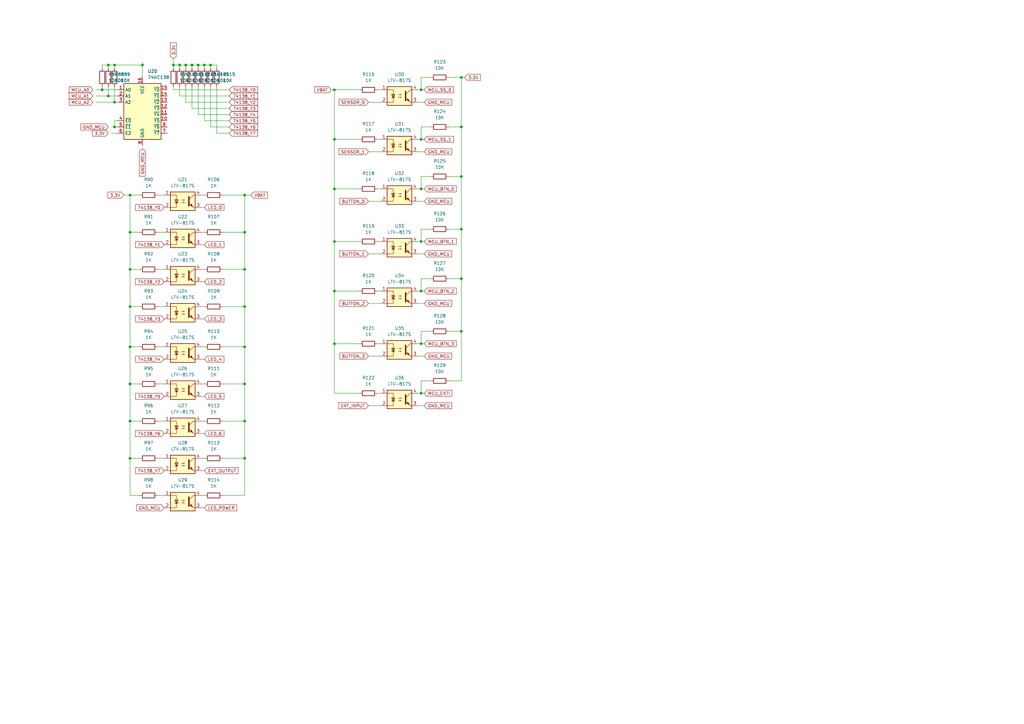
<source format=kicad_sch>
(kicad_sch (version 20250114) (generator "eeschema") (generator_version "9.0")
  (paper "A3")
  (lib_symbols
    (symbol "74xx:74HC138"
      (property "Reference" "U" (at -7.62 13.97 0))
      (property "Value" "74HC138" (at 2.54 -11.43 0))
      (symbol "74HC138_0_1"
        (rectangle (start -7.62 12.7) (end 7.62 -10.16) (stroke (width 0.254)) (fill (type background)))
      )
      (symbol "74HC138_1_1"
        (pin input line (at -10.16 10.16 0) (length 2.54) (name "A0") (number "1"))
        (pin input line (at -10.16 7.62 0) (length 2.54) (name "A1") (number "2"))
        (pin input line (at -10.16 5.08 0) (length 2.54) (name "A2") (number "3"))
        (pin input line (at -10.16 -2.54 0) (length 2.54) (name "~{E0}") (number "4"))
        (pin input line (at -10.16 -5.08 0) (length 2.54) (name "~{E1}") (number "5"))
        (pin input line (at -10.16 -7.62 0) (length 2.54) (name "E2") (number "6"))
        (pin power_in line (at 0 15.24 270) (length 2.54) (name "VCC") (number "16"))
        (pin power_in line (at 0 -12.7 90) (length 2.54) (name "GND") (number "8"))
        (pin output line (at 10.16 10.16 180) (length 2.54) (name "~{Y0}") (number "15"))
        (pin output line (at 10.16 7.62 180) (length 2.54) (name "~{Y1}") (number "14"))
        (pin output line (at 10.16 5.08 180) (length 2.54) (name "~{Y2}") (number "13"))
        (pin output line (at 10.16 2.54 180) (length 2.54) (name "~{Y3}") (number "12"))
        (pin output line (at 10.16 0 180) (length 2.54) (name "~{Y4}") (number "11"))
        (pin output line (at 10.16 -2.54 180) (length 2.54) (name "~{Y5}") (number "10"))
        (pin output line (at 10.16 -5.08 180) (length 2.54) (name "~{Y6}") (number "9"))
        (pin output line (at 10.16 -7.62 180) (length 2.54) (name "~{Y7}") (number "7"))
      )
    )
    (symbol "Device:R" (pin_numbers (hide yes)) (pin_names (offset 0))
      (property "Reference" "R" (at 2.032 0 90))
      (property "Value" "R" (at 0 0 90))
      (symbol "R_0_1"
        (rectangle (start -1.016 -2.54) (end 1.016 2.54) (stroke (width 0.254)))
      )
      (symbol "R_1_1"
        (pin passive line (at 0 3.81 270) (length 1.27) (name "~") (number "1"))
        (pin passive line (at 0 -3.81 90) (length 1.27) (name "~") (number "2"))
      )
    )
    (symbol "Isolator:LTV-817S" (pin_names (offset 1.016))
      (property "Reference" "U" (at -3.81 5.08 0))
      (property "Value" "LTV-817S" (at 0 -5.08 0))
      (symbol "LTV-817S_1_1"
        (rectangle (start -5.08 3.81) (end 5.08 -3.81) (stroke (width 0.254)) (fill (type background)))
        (polyline (pts (xy -5.08 2.54) (xy -2.54 2.54) (xy -2.54 -0.762)))
        (polyline (pts (xy -3.175 -0.635) (xy -1.905 -0.635)) (stroke (width 0.254)))
        (polyline (pts (xy -2.54 -0.635) (xy -2.54 -2.54) (xy -5.08 -2.54)))
        (polyline (pts (xy -2.54 -0.635) (xy -3.175 0.635) (xy -1.905 0.635) (xy -2.54 -0.635)) (stroke (width 0.254)))
        (polyline (pts (xy -0.508 0.508) (xy 0.762 0.508) (xy 0.381 0.381) (xy 0.381 0.635) (xy 0.762 0.508)))
        (polyline (pts (xy -0.508 -0.508) (xy 0.762 -0.508) (xy 0.381 -0.635) (xy 0.381 -0.381) (xy 0.762 -0.508)))
        (polyline (pts (xy 2.54 1.905) (xy 2.54 -1.905)) (stroke (width 0.508)))
        (polyline (pts (xy 2.54 0.635) (xy 4.445 2.54)))
        (polyline (pts (xy 3.048 -1.651) (xy 3.556 -1.143) (xy 4.064 -2.159) (xy 3.048 -1.651)) (fill (type outline)))
        (polyline (pts (xy 4.445 2.54) (xy 5.08 2.54)))
        (polyline (pts (xy 4.445 -2.54) (xy 2.54 -0.635)) (fill (type outline)))
        (polyline (pts (xy 4.445 -2.54) (xy 5.08 -2.54)))
        (pin passive line (at -7.62 2.54 0) (length 2.54) (name "~") (number "1"))
        (pin passive line (at -7.62 -2.54 0) (length 2.54) (name "~") (number "2"))
        (pin passive line (at 7.62 2.54 180) (length 2.54) (name "~") (number "4"))
        (pin passive line (at 7.62 -2.54 180) (length 2.54) (name "~") (number "3"))
      )
    )
  )
  (junction (at 76.2 26.67))
  (junction (at 172.72 99.06))
  (junction (at 172.72 57.15))
  (junction (at 100.33 157.48))
  (junction (at 100.33 80.01))
  (junction (at 172.72 77.47))
  (junction (at 46.99 52.07))
  (junction (at 189.23 52.07))
  (junction (at 189.23 31.75))
  (junction (at 189.23 93.98))
  (junction (at 53.34 110.49))
  (junction (at 172.72 119.38))
  (junction (at 137.16 57.15))
  (junction (at 137.16 140.97))
  (junction (at 100.33 125.73))
  (junction (at 100.33 95.25))
  (junction (at 53.34 95.25))
  (junction (at 53.34 157.48))
  (junction (at 53.34 172.72))
  (junction (at 53.34 142.24))
  (junction (at 53.34 187.96))
  (junction (at 86.36 26.67))
  (junction (at 44.45 26.67))
  (junction (at 172.72 140.97))
  (junction (at 137.16 77.47))
  (junction (at 53.34 80.01))
  (junction (at 46.99 26.67))
  (junction (at 189.23 114.3))
  (junction (at 100.33 187.96))
  (junction (at 44.45 39.37))
  (junction (at 46.99 41.91))
  (junction (at 100.33 110.49))
  (junction (at 53.34 125.73))
  (junction (at 137.16 99.06))
  (junction (at 58.42 26.67))
  (junction (at 78.74 26.67))
  (junction (at 83.82 26.67))
  (junction (at 81.28 26.67))
  (junction (at 172.72 161.29))
  (junction (at 137.16 119.38))
  (junction (at 100.33 172.72))
  (junction (at 71.12 26.67))
  (junction (at 137.16 36.83))
  (junction (at 41.91 36.83))
  (junction (at 189.23 135.89))
  (junction (at 73.66 26.67))
  (junction (at 172.72 36.83))
  (junction (at 189.23 72.39))
  (junction (at 100.33 142.24))
  (wire (pts (xy 82.55 193.04) (xy 83.82 193.04)))
  (wire (pts (xy 45.72 52.07) (xy 46.99 52.07)))
  (wire (pts (xy 91.44 125.73) (xy 100.33 125.73)))
  (wire (pts (xy 176.53 72.39) (xy 172.72 72.39)))
  (wire (pts (xy 82.55 85.09) (xy 83.82 85.09)))
  (wire (pts (xy 137.16 161.29) (xy 137.16 140.97)))
  (wire (pts (xy 154.94 36.83) (xy 156.21 36.83)))
  (wire (pts (xy 53.34 80.01) (xy 53.34 95.25)))
  (wire (pts (xy 100.33 125.73) (xy 100.33 142.24)))
  (wire (pts (xy 100.33 172.72) (xy 100.33 187.96)))
  (wire (pts (xy 50.8 80.01) (xy 53.34 80.01)))
  (wire (pts (xy 154.94 140.97) (xy 156.21 140.97)))
  (wire (pts (xy 88.9 35.56) (xy 88.9 54.61)))
  (wire (pts (xy 93.98 39.37) (xy 73.66 39.37)))
  (wire (pts (xy 86.36 26.67) (xy 88.9 26.67)))
  (wire (pts (xy 57.15 203.2) (xy 53.34 203.2)))
  (wire (pts (xy 53.34 172.72) (xy 57.15 172.72)))
  (wire (pts (xy 172.72 161.29) (xy 173.99 161.29)))
  (wire (pts (xy 46.99 52.07) (xy 48.26 52.07)))
  (wire (pts (xy 172.72 119.38) (xy 173.99 119.38)))
  (wire (pts (xy 73.66 35.56) (xy 73.66 39.37)))
  (wire (pts (xy 82.55 157.48) (xy 83.82 157.48)))
  (wire (pts (xy 41.91 36.83) (xy 48.26 36.83)))
  (wire (pts (xy 76.2 35.56) (xy 76.2 41.91)))
  (wire (pts (xy 86.36 26.67) (xy 86.36 27.94)))
  (wire (pts (xy 91.44 187.96) (xy 100.33 187.96)))
  (wire (pts (xy 39.37 36.83) (xy 41.91 36.83)))
  (wire (pts (xy 76.2 26.67) (xy 78.74 26.67)))
  (wire (pts (xy 151.13 124.46) (xy 156.21 124.46)))
  (wire (pts (xy 82.55 208.28) (xy 83.82 208.28)))
  (wire (pts (xy 82.55 177.8) (xy 83.82 177.8)))
  (wire (pts (xy 189.23 31.75) (xy 184.15 31.75)))
  (wire (pts (xy 184.15 156.21) (xy 189.23 156.21)))
  (wire (pts (xy 81.28 26.67) (xy 83.82 26.67)))
  (wire (pts (xy 154.94 99.06) (xy 156.21 99.06)))
  (wire (pts (xy 137.16 77.47) (xy 137.16 57.15)))
  (wire (pts (xy 171.45 82.55) (xy 173.99 82.55)))
  (wire (pts (xy 137.16 36.83) (xy 147.32 36.83)))
  (wire (pts (xy 171.45 77.47) (xy 172.72 77.47)))
  (wire (pts (xy 82.55 187.96) (xy 83.82 187.96)))
  (wire (pts (xy 100.33 95.25) (xy 100.33 110.49)))
  (wire (pts (xy 171.45 124.46) (xy 173.99 124.46)))
  (wire (pts (xy 88.9 27.94) (xy 88.9 26.67)))
  (wire (pts (xy 39.37 41.91) (xy 46.99 41.91)))
  (wire (pts (xy 46.99 35.56) (xy 46.99 41.91)))
  (wire (pts (xy 151.13 146.05) (xy 156.21 146.05)))
  (wire (pts (xy 41.91 27.94) (xy 41.91 26.67)))
  (wire (pts (xy 91.44 172.72) (xy 100.33 172.72)))
  (wire (pts (xy 82.55 95.25) (xy 83.82 95.25)))
  (wire (pts (xy 151.13 62.23) (xy 156.21 62.23)))
  (wire (pts (xy 172.72 31.75) (xy 172.72 36.83)))
  (wire (pts (xy 93.98 41.91) (xy 76.2 41.91)))
  (wire (pts (xy 71.12 24.13) (xy 71.12 26.67)))
  (wire (pts (xy 82.55 147.32) (xy 83.82 147.32)))
  (wire (pts (xy 64.77 125.73) (xy 67.31 125.73)))
  (wire (pts (xy 64.77 203.2) (xy 67.31 203.2)))
  (wire (pts (xy 58.42 26.67) (xy 58.42 31.75)))
  (wire (pts (xy 171.45 57.15) (xy 172.72 57.15)))
  (wire (pts (xy 83.82 26.67) (xy 86.36 26.67)))
  (wire (pts (xy 64.77 80.01) (xy 67.31 80.01)))
  (wire (pts (xy 83.82 35.56) (xy 83.82 49.53)))
  (wire (pts (xy 154.94 119.38) (xy 156.21 119.38)))
  (wire (pts (xy 91.44 80.01) (xy 100.33 80.01)))
  (wire (pts (xy 53.34 157.48) (xy 53.34 172.72)))
  (wire (pts (xy 137.16 57.15) (xy 147.32 57.15)))
  (wire (pts (xy 39.37 39.37) (xy 44.45 39.37)))
  (wire (pts (xy 58.42 25.4) (xy 58.42 26.67)))
  (wire (pts (xy 81.28 35.56) (xy 81.28 46.99)))
  (wire (pts (xy 171.45 62.23) (xy 173.99 62.23)))
  (wire (pts (xy 100.33 80.01) (xy 100.33 95.25)))
  (wire (pts (xy 93.98 36.83) (xy 71.12 36.83)))
  (wire (pts (xy 151.13 82.55) (xy 156.21 82.55)))
  (wire (pts (xy 100.33 80.01) (xy 102.87 80.01)))
  (wire (pts (xy 172.72 99.06) (xy 173.99 99.06)))
  (wire (pts (xy 71.12 35.56) (xy 71.12 36.83)))
  (wire (pts (xy 64.77 142.24) (xy 67.31 142.24)))
  (wire (pts (xy 176.53 31.75) (xy 172.72 31.75)))
  (wire (pts (xy 82.55 110.49) (xy 83.82 110.49)))
  (wire (pts (xy 100.33 157.48) (xy 100.33 172.72)))
  (wire (pts (xy 171.45 140.97) (xy 172.72 140.97)))
  (wire (pts (xy 73.66 26.67) (xy 76.2 26.67)))
  (wire (pts (xy 93.98 44.45) (xy 78.74 44.45)))
  (wire (pts (xy 93.98 49.53) (xy 83.82 49.53)))
  (wire (pts (xy 53.34 95.25) (xy 57.15 95.25)))
  (wire (pts (xy 82.55 125.73) (xy 83.82 125.73)))
  (wire (pts (xy 46.99 49.53) (xy 48.26 49.53)))
  (wire (pts (xy 91.44 95.25) (xy 100.33 95.25)))
  (wire (pts (xy 53.34 172.72) (xy 53.34 187.96)))
  (wire (pts (xy 184.15 72.39) (xy 189.23 72.39)))
  (wire (pts (xy 135.89 36.83) (xy 137.16 36.83)))
  (wire (pts (xy 189.23 114.3) (xy 189.23 135.89)))
  (wire (pts (xy 172.72 156.21) (xy 172.72 161.29)))
  (wire (pts (xy 137.16 99.06) (xy 147.32 99.06)))
  (wire (pts (xy 171.45 119.38) (xy 172.72 119.38)))
  (wire (pts (xy 82.55 142.24) (xy 83.82 142.24)))
  (wire (pts (xy 44.45 26.67) (xy 44.45 27.94)))
  (wire (pts (xy 171.45 36.83) (xy 172.72 36.83)))
  (wire (pts (xy 76.2 26.67) (xy 76.2 27.94)))
  (wire (pts (xy 53.34 142.24) (xy 53.34 157.48)))
  (wire (pts (xy 64.77 95.25) (xy 67.31 95.25)))
  (wire (pts (xy 172.72 93.98) (xy 172.72 99.06)))
  (wire (pts (xy 154.94 57.15) (xy 156.21 57.15)))
  (wire (pts (xy 53.34 125.73) (xy 57.15 125.73)))
  (wire (pts (xy 64.77 187.96) (xy 67.31 187.96)))
  (wire (pts (xy 91.44 203.2) (xy 100.33 203.2)))
  (wire (pts (xy 82.55 100.33) (xy 83.82 100.33)))
  (wire (pts (xy 100.33 187.96) (xy 100.33 203.2)))
  (wire (pts (xy 172.72 114.3) (xy 172.72 119.38)))
  (wire (pts (xy 82.55 115.57) (xy 83.82 115.57)))
  (wire (pts (xy 176.53 135.89) (xy 172.72 135.89)))
  (wire (pts (xy 78.74 26.67) (xy 78.74 27.94)))
  (wire (pts (xy 151.13 41.91) (xy 156.21 41.91)))
  (wire (pts (xy 82.55 162.56) (xy 83.82 162.56)))
  (wire (pts (xy 91.44 142.24) (xy 100.33 142.24)))
  (wire (pts (xy 64.77 157.48) (xy 67.31 157.48)))
  (wire (pts (xy 91.44 157.48) (xy 100.33 157.48)))
  (wire (pts (xy 53.34 110.49) (xy 57.15 110.49)))
  (wire (pts (xy 172.72 36.83) (xy 173.99 36.83)))
  (wire (pts (xy 176.53 114.3) (xy 172.72 114.3)))
  (wire (pts (xy 44.45 35.56) (xy 44.45 39.37)))
  (wire (pts (xy 53.34 157.48) (xy 57.15 157.48)))
  (wire (pts (xy 172.72 140.97) (xy 173.99 140.97)))
  (wire (pts (xy 184.15 52.07) (xy 189.23 52.07)))
  (wire (pts (xy 189.23 72.39) (xy 189.23 93.98)))
  (wire (pts (xy 137.16 119.38) (xy 137.16 99.06)))
  (wire (pts (xy 189.23 93.98) (xy 189.23 114.3)))
  (wire (pts (xy 93.98 46.99) (xy 81.28 46.99)))
  (wire (pts (xy 53.34 125.73) (xy 53.34 142.24)))
  (wire (pts (xy 151.13 104.14) (xy 156.21 104.14)))
  (wire (pts (xy 53.34 80.01) (xy 57.15 80.01)))
  (wire (pts (xy 81.28 26.67) (xy 81.28 27.94)))
  (wire (pts (xy 64.77 172.72) (xy 67.31 172.72)))
  (wire (pts (xy 93.98 52.07) (xy 86.36 52.07)))
  (wire (pts (xy 184.15 135.89) (xy 189.23 135.89)))
  (wire (pts (xy 171.45 166.37) (xy 173.99 166.37)))
  (wire (pts (xy 41.91 35.56) (xy 41.91 36.83)))
  (wire (pts (xy 172.72 52.07) (xy 172.72 57.15)))
  (wire (pts (xy 154.94 161.29) (xy 156.21 161.29)))
  (wire (pts (xy 46.99 41.91) (xy 48.26 41.91)))
  (wire (pts (xy 46.99 26.67) (xy 58.42 26.67)))
  (wire (pts (xy 57.15 187.96) (xy 53.34 187.96)))
  (wire (pts (xy 71.12 26.67) (xy 71.12 27.94)))
  (wire (pts (xy 82.55 172.72) (xy 83.82 172.72)))
  (wire (pts (xy 137.16 99.06) (xy 137.16 77.47)))
  (wire (pts (xy 176.53 52.07) (xy 172.72 52.07)))
  (wire (pts (xy 171.45 99.06) (xy 172.72 99.06)))
  (wire (pts (xy 189.23 52.07) (xy 189.23 72.39)))
  (wire (pts (xy 189.23 135.89) (xy 189.23 156.21)))
  (wire (pts (xy 82.55 80.01) (xy 83.82 80.01)))
  (wire (pts (xy 57.15 142.24) (xy 53.34 142.24)))
  (wire (pts (xy 91.44 110.49) (xy 100.33 110.49)))
  (wire (pts (xy 189.23 31.75) (xy 189.23 52.07)))
  (wire (pts (xy 53.34 95.25) (xy 53.34 110.49)))
  (wire (pts (xy 137.16 57.15) (xy 137.16 36.83)))
  (wire (pts (xy 189.23 31.75) (xy 190.5 31.75)))
  (wire (pts (xy 171.45 161.29) (xy 172.72 161.29)))
  (wire (pts (xy 53.34 187.96) (xy 53.34 203.2)))
  (wire (pts (xy 93.98 54.61) (xy 88.9 54.61)))
  (wire (pts (xy 176.53 93.98) (xy 172.72 93.98)))
  (wire (pts (xy 172.72 77.47) (xy 173.99 77.47)))
  (wire (pts (xy 184.15 93.98) (xy 189.23 93.98)))
  (wire (pts (xy 172.72 72.39) (xy 172.72 77.47)))
  (wire (pts (xy 41.91 26.67) (xy 44.45 26.67)))
  (wire (pts (xy 73.66 26.67) (xy 73.66 27.94)))
  (wire (pts (xy 78.74 35.56) (xy 78.74 44.45)))
  (wire (pts (xy 46.99 26.67) (xy 46.99 27.94)))
  (wire (pts (xy 45.72 54.61) (xy 48.26 54.61)))
  (wire (pts (xy 78.74 26.67) (xy 81.28 26.67)))
  (wire (pts (xy 82.55 203.2) (xy 83.82 203.2)))
  (wire (pts (xy 172.72 57.15) (xy 173.99 57.15)))
  (wire (pts (xy 44.45 39.37) (xy 48.26 39.37)))
  (wire (pts (xy 137.16 77.47) (xy 147.32 77.47)))
  (wire (pts (xy 46.99 52.07) (xy 46.99 49.53)))
  (wire (pts (xy 71.12 26.67) (xy 73.66 26.67)))
  (wire (pts (xy 53.34 110.49) (xy 53.34 125.73)))
  (wire (pts (xy 171.45 146.05) (xy 173.99 146.05)))
  (wire (pts (xy 64.77 110.49) (xy 67.31 110.49)))
  (wire (pts (xy 137.16 140.97) (xy 137.16 119.38)))
  (wire (pts (xy 171.45 41.91) (xy 173.99 41.91)))
  (wire (pts (xy 154.94 77.47) (xy 156.21 77.47)))
  (wire (pts (xy 100.33 142.24) (xy 100.33 157.48)))
  (wire (pts (xy 100.33 110.49) (xy 100.33 125.73)))
  (wire (pts (xy 171.45 104.14) (xy 173.99 104.14)))
  (wire (pts (xy 137.16 140.97) (xy 147.32 140.97)))
  (wire (pts (xy 172.72 135.89) (xy 172.72 140.97)))
  (wire (pts (xy 82.55 130.81) (xy 83.82 130.81)))
  (wire (pts (xy 176.53 156.21) (xy 172.72 156.21)))
  (wire (pts (xy 137.16 161.29) (xy 147.32 161.29)))
  (wire (pts (xy 137.16 119.38) (xy 147.32 119.38)))
  (wire (pts (xy 44.45 26.67) (xy 46.99 26.67)))
  (wire (pts (xy 184.15 114.3) (xy 189.23 114.3)))
  (wire (pts (xy 86.36 35.56) (xy 86.36 52.07)))
  (wire (pts (xy 151.13 166.37) (xy 156.21 166.37)))
  (wire (pts (xy 83.82 26.67) (xy 83.82 27.94)))
  (global_label "BUTTON_2" (shape input) (at 151.13 124.46 180) (property "Intersheetrefs" "${INTERSHEET_REFS}" (effects (hide yes))))
  (global_label "3.3V" (shape input) (at 190.5 31.75 0) (property "Intersheetrefs" "${INTERSHEET_REFS}" (effects (hide yes))))
  (global_label "GND_MCU" (shape input) (at 173.99 82.55 0) (property "Intersheetrefs" "${INTERSHEET_REFS}" (effects (hide yes))))
  (global_label "74138_Y2" (shape input) (at 93.98 41.91 0) (property "Intersheetrefs" "${INTERSHEET_REFS}" (effects (hide yes))))
  (global_label "74138_Y0" (shape input) (at 67.31 85.09 180) (property "Intersheetrefs" "${INTERSHEET_REFS}" (effects (hide yes))))
  (global_label "74138_Y7" (shape input) (at 67.31 193.04 180) (property "Intersheetrefs" "${INTERSHEET_REFS}" (effects (hide yes))))
  (global_label "74138_Y0" (shape input) (at 93.98 36.83 0) (property "Intersheetrefs" "${INTERSHEET_REFS}" (effects (hide yes))))
  (global_label "MCU_SS_0" (shape input) (at 173.99 36.83 0) (property "Intersheetrefs" "${INTERSHEET_REFS}" (effects (hide yes))))
  (global_label "MCU_BTN_0" (shape input) (at 173.99 77.47 0) (property "Intersheetrefs" "${INTERSHEET_REFS}" (effects (hide yes))))
  (global_label "LED_2" (shape input) (at 83.82 115.57 0) (property "Intersheetrefs" "${INTERSHEET_REFS}" (effects (hide yes))))
  (global_label "MCU_SS_1" (shape input) (at 173.99 57.15 0) (property "Intersheetrefs" "${INTERSHEET_REFS}" (effects (hide yes))))
  (global_label "74138_Y6" (shape input) (at 93.98 52.07 0) (property "Intersheetrefs" "${INTERSHEET_REFS}" (effects (hide yes))))
  (global_label "LED_0" (shape input) (at 83.82 85.09 0) (property "Intersheetrefs" "${INTERSHEET_REFS}" (effects (hide yes))))
  (global_label "GND_MCU" (shape input) (at 173.99 166.37 0) (property "Intersheetrefs" "${INTERSHEET_REFS}" (effects (hide yes))))
  (global_label "GND_MCU" (shape input) (at 44.45 52.07 180) (property "Intersheetrefs" "${INTERSHEET_REFS}" (effects (hide yes))))
  (global_label "BUTTON_1" (shape input) (at 151.13 104.14 180) (property "Intersheetrefs" "${INTERSHEET_REFS}" (effects (hide yes))))
  (global_label "GND_MCU" (shape input) (at 67.31 208.28 180) (property "Intersheetrefs" "${INTERSHEET_REFS}" (effects (hide yes))))
  (global_label "3.3V" (shape input) (at 71.12 24.13 90) (property "Intersheetrefs" "${INTERSHEET_REFS}" (effects (hide yes))))
  (global_label "GND_MCU" (shape input) (at 173.99 62.23 0) (property "Intersheetrefs" "${INTERSHEET_REFS}" (effects (hide yes))))
  (global_label "LED_4" (shape input) (at 83.82 147.32 0) (property "Intersheetrefs" "${INTERSHEET_REFS}" (effects (hide yes))))
  (global_label "MCU_BTN_3" (shape input) (at 173.99 140.97 0) (property "Intersheetrefs" "${INTERSHEET_REFS}" (effects (hide yes))))
  (global_label "74138_Y2" (shape input) (at 67.31 115.57 180) (property "Intersheetrefs" "${INTERSHEET_REFS}" (effects (hide yes))))
  (global_label "VBAT" (shape input) (at 102.87 80.01 0) (property "Intersheetrefs" "${INTERSHEET_REFS}" (effects (hide yes))))
  (global_label "74138_Y4" (shape input) (at 93.98 46.99 0) (property "Intersheetrefs" "${INTERSHEET_REFS}" (effects (hide yes))))
  (global_label "74138_Y1" (shape input) (at 67.31 100.33 180) (property "Intersheetrefs" "${INTERSHEET_REFS}" (effects (hide yes))))
  (global_label "GND_MCU" (shape input) (at 173.99 104.14 0) (property "Intersheetrefs" "${INTERSHEET_REFS}" (effects (hide yes))))
  (global_label "LED_1" (shape input) (at 83.82 100.33 0) (property "Intersheetrefs" "${INTERSHEET_REFS}" (effects (hide yes))))
  (global_label "MCU_A0" (shape input) (at 38.1 36.83 180) (property "Intersheetrefs" "${INTERSHEET_REFS}" (effects (hide yes))))
  (global_label "LED_6" (shape input) (at 83.82 177.8 0) (property "Intersheetrefs" "${INTERSHEET_REFS}" (effects (hide yes))))
  (global_label "LED_3" (shape input) (at 83.82 130.81 0) (property "Intersheetrefs" "${INTERSHEET_REFS}" (effects (hide yes))))
  (global_label "74138_Y4" (shape input) (at 67.31 147.32 180) (property "Intersheetrefs" "${INTERSHEET_REFS}" (effects (hide yes))))
  (global_label "MCU_EXTI" (shape input) (at 173.99 161.29 0) (property "Intersheetrefs" "${INTERSHEET_REFS}" (effects (hide yes))))
  (global_label "LED_5" (shape input) (at 83.82 162.56 0) (property "Intersheetrefs" "${INTERSHEET_REFS}" (effects (hide yes))))
  (global_label "74138_Y3" (shape input) (at 67.31 130.81 180) (property "Intersheetrefs" "${INTERSHEET_REFS}" (effects (hide yes))))
  (global_label "SENSOR_1" (shape input) (at 151.13 62.23 180) (property "Intersheetrefs" "${INTERSHEET_REFS}" (effects (hide yes))))
  (global_label "74138_Y3" (shape input) (at 93.98 44.45 0) (property "Intersheetrefs" "${INTERSHEET_REFS}" (effects (hide yes))))
  (global_label "LED_POWER" (shape input) (at 83.82 208.28 0) (property "Intersheetrefs" "${INTERSHEET_REFS}" (effects (hide yes))))
  (global_label "GND_MCU" (shape input) (at 173.99 146.05 0) (property "Intersheetrefs" "${INTERSHEET_REFS}" (effects (hide yes))))
  (global_label "SENSOR_0" (shape input) (at 151.13 41.91 180) (property "Intersheetrefs" "${INTERSHEET_REFS}" (effects (hide yes))))
  (global_label "BUTTON_3" (shape input) (at 151.13 146.05 180) (property "Intersheetrefs" "${INTERSHEET_REFS}" (effects (hide yes))))
  (global_label "EXT_OUTPUT" (shape input) (at 83.82 193.04 0) (property "Intersheetrefs" "${INTERSHEET_REFS}" (effects (hide yes))))
  (global_label "74138_Y5" (shape input) (at 93.98 49.53 0) (property "Intersheetrefs" "${INTERSHEET_REFS}" (effects (hide yes))))
  (global_label "74138_Y7" (shape input) (at 93.98 54.61 0) (property "Intersheetrefs" "${INTERSHEET_REFS}" (effects (hide yes))))
  (global_label "GND_MCU" (shape input) (at 173.99 41.91 0) (property "Intersheetrefs" "${INTERSHEET_REFS}" (effects (hide yes))))
  (global_label "VBAT" (shape input) (at 135.89 36.83 180) (property "Intersheetrefs" "${INTERSHEET_REFS}" (effects (hide yes))))
  (global_label "MCU_A2" (shape input) (at 38.1 41.91 180) (property "Intersheetrefs" "${INTERSHEET_REFS}" (effects (hide yes))))
  (global_label "EXT_INPUT" (shape input) (at 151.13 166.37 180) (property "Intersheetrefs" "${INTERSHEET_REFS}" (effects (hide yes))))
  (global_label "MCU_BTN_2" (shape input) (at 173.99 119.38 0) (property "Intersheetrefs" "${INTERSHEET_REFS}" (effects (hide yes))))
  (global_label "MCU_BTN_1" (shape input) (at 173.99 99.06 0) (property "Intersheetrefs" "${INTERSHEET_REFS}" (effects (hide yes))))
  (global_label "MCU_A1" (shape input) (at 38.1 39.37 180) (property "Intersheetrefs" "${INTERSHEET_REFS}" (effects (hide yes))))
  (global_label "3.3V" (shape input) (at 50.8 80.01 180) (property "Intersheetrefs" "${INTERSHEET_REFS}" (effects (hide yes))))
  (global_label "74138_Y6" (shape input) (at 67.31 177.8 180) (property "Intersheetrefs" "${INTERSHEET_REFS}" (effects (hide yes))))
  (global_label "BUTTON_0" (shape input) (at 151.13 82.55 180) (property "Intersheetrefs" "${INTERSHEET_REFS}" (effects (hide yes))))
  (global_label "GND_MCU" (shape input) (at 173.99 124.46 0) (property "Intersheetrefs" "${INTERSHEET_REFS}" (effects (hide yes))))
  (global_label "3.3V" (shape input) (at 44.45 54.61 180) (property "Intersheetrefs" "${INTERSHEET_REFS}" (effects (hide yes))))
  (global_label "74138_Y1" (shape input) (at 93.98 39.37 0) (property "Intersheetrefs" "${INTERSHEET_REFS}" (effects (hide yes))))
  (global_label "GND_MCU" (shape input) (at 58.42 60.96 270) (property "Intersheetrefs" "${INTERSHEET_REFS}" (effects (hide yes))))
  (global_label "74138_Y5" (shape input) (at 67.31 162.56 180) (property "Intersheetrefs" "${INTERSHEET_REFS}" (effects (hide yes))))
  (symbol (lib_id "Device:R") (at 180.34 135.89 270) (unit 1)
    (property "Reference" "R128" (at 180.34 129.54 90))
    (property "Value" "10K" (at 180.34 132.08 90))
    (property "Footprint" "Resistor_SMD:R_0805_2012Metric" (effects (hide yes)))
    (property "Description" "Resistor" (effects (hide yes)))
  )
  (symbol (lib_id "Device:R") (at 180.34 52.07 270) (unit 1)
    (property "Reference" "R124" (at 180.34 45.72 90))
    (property "Value" "10K" (at 180.34 48.26 90))
    (property "Footprint" "Resistor_SMD:R_0805_2012Metric" (effects (hide yes)))
    (property "Description" "Resistor" (effects (hide yes)))
  )
  (symbol (lib_id "Isolator:LTV-817S") (at 74.93 82.55 0) (unit 1)
    (property "Reference" "U21" (at 74.93 73.66 0))
    (property "Value" "LTV-817S" (at 74.93 76.2 0))
    (property "Footprint" "Package_DIP:SMDIP-4_W9.53mm" (effects (hide yes)))
    (property "Datasheet" "http://www.us.liteon.com/downloads/LTV-817-827-847.PDF" (effects (hide yes)))
    (property "Description" "DC Optocoupler, Vce 35V, CTR 50%, SMDIP-4" (effects (hide yes)))
  )
  (symbol (lib_id "Isolator:LTV-817S") (at 74.93 205.74 0) (unit 1)
    (property "Reference" "U29" (at 74.93 196.85 0))
    (property "Value" "LTV-817S" (at 74.93 199.39 0))
    (property "Footprint" "Package_DIP:SMDIP-4_W9.53mm" (effects (hide yes)))
    (property "Datasheet" "http://www.us.liteon.com/downloads/LTV-817-827-847.PDF" (effects (hide yes)))
    (property "Description" "DC Optocoupler, Vce 35V, CTR 50%, SMDIP-4" (effects (hide yes)))
  )
  (symbol (lib_id "Device:R") (at 60.96 125.73 90) (unit 1)
    (property "Reference" "R93" (at 60.96 119.38 90))
    (property "Value" "1K" (at 60.96 121.92 90))
    (property "Footprint" "Resistor_SMD:R_0805_2012Metric" (effects (hide yes)))
    (property "Description" "Resistor" (effects (hide yes)))
  )
  (symbol (lib_id "Device:R") (at 151.13 119.38 90) (unit 1)
    (property "Reference" "R120" (at 151.13 113.03 90))
    (property "Value" "1K" (at 151.13 115.57 90))
    (property "Footprint" "Resistor_SMD:R_0805_2012Metric" (effects (hide yes)))
    (property "Description" "Resistor" (effects (hide yes)))
  )
  (symbol (lib_id "Device:R") (at 87.63 95.25 90) (unit 1)
    (property "Reference" "R107" (at 87.63 88.9 90))
    (property "Value" "1K" (at 87.63 91.44 90))
    (property "Footprint" "Resistor_SMD:R_0805_2012Metric" (effects (hide yes)))
    (property "Description" "Resistor" (effects (hide yes)))
  )
  (symbol (lib_id "Isolator:LTV-817S") (at 163.83 163.83 0) (unit 1)
    (property "Reference" "U36" (at 163.83 154.94 0))
    (property "Value" "LTV-817S" (at 163.83 157.48 0))
    (property "Footprint" "Package_DIP:SMDIP-4_W9.53mm" (effects (hide yes)))
    (property "Datasheet" "http://www.us.liteon.com/downloads/LTV-817-827-847.PDF" (effects (hide yes)))
    (property "Description" "DC Optocoupler, Vce 35V, CTR 50%, SMDIP-4" (effects (hide yes)))
  )
  (symbol (lib_id "Device:R") (at 83.82 31.75 180) (unit 1)
    (property "Reference" "R104" (at 86.36 30.4799 0) (effects (justify right)))
    (property "Value" "10K" (at 86.36 33.0199 0) (effects (justify right)))
    (property "Footprint" "Resistor_SMD:R_0805_2012Metric" (effects (hide yes)))
    (property "Description" "Resistor" (effects (hide yes)))
  )
  (symbol (lib_id "Device:R") (at 44.45 31.75 180) (unit 1)
    (property "Reference" "R88" (at 46.99 30.4799 0) (effects (justify right)))
    (property "Value" "10K" (at 46.99 33.0199 0) (effects (justify right)))
    (property "Footprint" "Resistor_SMD:R_0805_2012Metric" (effects (hide yes)))
    (property "Description" "Resistor" (effects (hide yes)))
  )
  (symbol (lib_id "Device:R") (at 46.99 31.75 180) (unit 1)
    (property "Reference" "R89" (at 49.53 30.4799 0) (effects (justify right)))
    (property "Value" "10K" (at 49.53 33.0199 0) (effects (justify right)))
    (property "Footprint" "Resistor_SMD:R_0805_2012Metric" (effects (hide yes)))
    (property "Description" "Resistor" (effects (hide yes)))
  )
  (symbol (lib_id "74xx:74HC138") (at 58.42 46.99 0) (unit 1)
    (property "Reference" "U20" (at 60.5633 29.21 0) (effects (justify left)))
    (property "Value" "74HC138" (at 60.5633 31.75 0) (effects (justify left)))
    (property "Footprint" "Package_SO:SOIC-16_3.9x9.9mm_P1.27mm" (effects (hide yes)))
    (property "Datasheet" "http://www.ti.com/lit/ds/symlink/cd74hc238.pdf" (effects (hide yes)))
    (property "Description" "3-to-8 line decoder/multiplexer inverting, DIP-16/SOIC-16/SSOP-16" (effects (hide yes)))
  )
  (symbol (lib_id "Isolator:LTV-817S") (at 163.83 121.92 0) (unit 1)
    (property "Reference" "U34" (at 163.83 113.03 0))
    (property "Value" "LTV-817S" (at 163.83 115.57 0))
    (property "Footprint" "Package_DIP:SMDIP-4_W9.53mm" (effects (hide yes)))
    (property "Datasheet" "http://www.us.liteon.com/downloads/LTV-817-827-847.PDF" (effects (hide yes)))
    (property "Description" "DC Optocoupler, Vce 35V, CTR 50%, SMDIP-4" (effects (hide yes)))
  )
  (symbol (lib_id "Device:R") (at 151.13 36.83 90) (unit 1)
    (property "Reference" "R116" (at 151.13 30.48 90))
    (property "Value" "1K" (at 151.13 33.02 90))
    (property "Footprint" "Resistor_SMD:R_0805_2012Metric" (effects (hide yes)))
    (property "Description" "Resistor" (effects (hide yes)))
  )
  (symbol (lib_id "Device:R") (at 60.96 172.72 90) (unit 1)
    (property "Reference" "R96" (at 60.96 166.37 90))
    (property "Value" "1K" (at 60.96 168.91 90))
    (property "Footprint" "Resistor_SMD:R_0805_2012Metric" (effects (hide yes)))
    (property "Description" "Resistor" (effects (hide yes)))
  )
  (symbol (lib_id "Isolator:LTV-817S") (at 74.93 190.5 0) (unit 1)
    (property "Reference" "U28" (at 74.93 181.61 0))
    (property "Value" "LTV-817S" (at 74.93 184.15 0))
    (property "Footprint" "Package_DIP:SMDIP-4_W9.53mm" (effects (hide yes)))
    (property "Datasheet" "http://www.us.liteon.com/downloads/LTV-817-827-847.PDF" (effects (hide yes)))
    (property "Description" "DC Optocoupler, Vce 35V, CTR 50%, SMDIP-4" (effects (hide yes)))
  )
  (symbol (lib_id "Isolator:LTV-817S") (at 74.93 128.27 0) (unit 1)
    (property "Reference" "U24" (at 74.93 119.38 0))
    (property "Value" "LTV-817S" (at 74.93 121.92 0))
    (property "Footprint" "Package_DIP:SMDIP-4_W9.53mm" (effects (hide yes)))
    (property "Datasheet" "http://www.us.liteon.com/downloads/LTV-817-827-847.PDF" (effects (hide yes)))
    (property "Description" "DC Optocoupler, Vce 35V, CTR 50%, SMDIP-4" (effects (hide yes)))
  )
  (symbol (lib_id "Device:R") (at 87.63 142.24 90) (unit 1)
    (property "Reference" "R110" (at 87.63 135.89 90))
    (property "Value" "1K" (at 87.63 138.43 90))
    (property "Footprint" "Resistor_SMD:R_0805_2012Metric" (effects (hide yes)))
    (property "Description" "Resistor" (effects (hide yes)))
  )
  (symbol (lib_id "Isolator:LTV-817S") (at 74.93 144.78 0) (unit 1)
    (property "Reference" "U25" (at 74.93 135.89 0))
    (property "Value" "LTV-817S" (at 74.93 138.43 0))
    (property "Footprint" "Package_DIP:SMDIP-4_W9.53mm" (effects (hide yes)))
    (property "Datasheet" "http://www.us.liteon.com/downloads/LTV-817-827-847.PDF" (effects (hide yes)))
    (property "Description" "DC Optocoupler, Vce 35V, CTR 50%, SMDIP-4" (effects (hide yes)))
  )
  (symbol (lib_id "Isolator:LTV-817S") (at 163.83 80.01 0) (unit 1)
    (property "Reference" "U32" (at 163.83 71.12 0))
    (property "Value" "LTV-817S" (at 163.83 73.66 0))
    (property "Footprint" "Package_DIP:SMDIP-4_W9.53mm" (effects (hide yes)))
    (property "Datasheet" "http://www.us.liteon.com/downloads/LTV-817-827-847.PDF" (effects (hide yes)))
    (property "Description" "DC Optocoupler, Vce 35V, CTR 50%, SMDIP-4" (effects (hide yes)))
  )
  (symbol (lib_id "Isolator:LTV-817S") (at 163.83 39.37 0) (unit 1)
    (property "Reference" "U30" (at 163.83 30.48 0))
    (property "Value" "LTV-817S" (at 163.83 33.02 0))
    (property "Footprint" "Package_DIP:SMDIP-4_W9.53mm" (effects (hide yes)))
    (property "Datasheet" "http://www.us.liteon.com/downloads/LTV-817-827-847.PDF" (effects (hide yes)))
    (property "Description" "DC Optocoupler, Vce 35V, CTR 50%, SMDIP-4" (effects (hide yes)))
  )
  (symbol (lib_id "Device:R") (at 87.63 110.49 90) (unit 1)
    (property "Reference" "R108" (at 87.63 104.14 90))
    (property "Value" "1K" (at 87.63 106.68 90))
    (property "Footprint" "Resistor_SMD:R_0805_2012Metric" (effects (hide yes)))
    (property "Description" "Resistor" (effects (hide yes)))
  )
  (symbol (lib_id "Device:R") (at 180.34 93.98 270) (unit 1)
    (property "Reference" "R126" (at 180.34 87.63 90))
    (property "Value" "10K" (at 180.34 90.17 90))
    (property "Footprint" "Resistor_SMD:R_0805_2012Metric" (effects (hide yes)))
    (property "Description" "Resistor" (effects (hide yes)))
  )
  (symbol (lib_id "Device:R") (at 60.96 203.2 90) (unit 1)
    (property "Reference" "R98" (at 60.96 196.85 90))
    (property "Value" "1K" (at 60.96 199.39 90))
    (property "Footprint" "Resistor_SMD:R_0805_2012Metric" (effects (hide yes)))
    (property "Description" "Resistor" (effects (hide yes)))
  )
  (symbol (lib_id "Device:R") (at 76.2 31.75 180) (unit 1)
    (property "Reference" "R101" (at 78.74 30.4799 0) (effects (justify right)))
    (property "Value" "10K" (at 78.74 33.0199 0) (effects (justify right)))
    (property "Footprint" "Resistor_SMD:R_0805_2012Metric" (effects (hide yes)))
    (property "Description" "Resistor" (effects (hide yes)))
  )
  (symbol (lib_id "Device:R") (at 180.34 156.21 270) (unit 1)
    (property "Reference" "R129" (at 180.34 149.86 90))
    (property "Value" "10K" (at 180.34 152.4 90))
    (property "Footprint" "Resistor_SMD:R_0805_2012Metric" (effects (hide yes)))
    (property "Description" "Resistor" (effects (hide yes)))
  )
  (symbol (lib_id "Device:R") (at 87.63 187.96 90) (unit 1)
    (property "Reference" "R113" (at 87.63 181.61 90))
    (property "Value" "1K" (at 87.63 184.15 90))
    (property "Footprint" "Resistor_SMD:R_0805_2012Metric" (effects (hide yes)))
    (property "Description" "Resistor" (effects (hide yes)))
  )
  (symbol (lib_id "Device:R") (at 180.34 114.3 270) (unit 1)
    (property "Reference" "R127" (at 180.34 107.95 90))
    (property "Value" "10K" (at 180.34 110.49 90))
    (property "Footprint" "Resistor_SMD:R_0805_2012Metric" (effects (hide yes)))
    (property "Description" "Resistor" (effects (hide yes)))
  )
  (symbol (lib_id "Device:R") (at 87.63 203.2 90) (unit 1)
    (property "Reference" "R114" (at 87.63 196.85 90))
    (property "Value" "1K" (at 87.63 199.39 90))
    (property "Footprint" "Resistor_SMD:R_0805_2012Metric" (effects (hide yes)))
    (property "Description" "Resistor" (effects (hide yes)))
  )
  (symbol (lib_id "Device:R") (at 151.13 99.06 90) (unit 1)
    (property "Reference" "R119" (at 151.13 92.71 90))
    (property "Value" "1K" (at 151.13 95.25 90))
    (property "Footprint" "Resistor_SMD:R_0805_2012Metric" (effects (hide yes)))
    (property "Description" "Resistor" (effects (hide yes)))
  )
  (symbol (lib_id "Device:R") (at 73.66 31.75 180) (unit 1)
    (property "Reference" "R100" (at 76.2 30.4799 0) (effects (justify right)))
    (property "Value" "10K" (at 76.2 33.0199 0) (effects (justify right)))
    (property "Footprint" "Resistor_SMD:R_0805_2012Metric" (effects (hide yes)))
    (property "Description" "Resistor" (effects (hide yes)))
  )
  (symbol (lib_id "Device:R") (at 87.63 157.48 90) (unit 1)
    (property "Reference" "R111" (at 87.63 151.13 90))
    (property "Value" "1K" (at 87.63 153.67 90))
    (property "Footprint" "Resistor_SMD:R_0805_2012Metric" (effects (hide yes)))
    (property "Description" "Resistor" (effects (hide yes)))
  )
  (symbol (lib_id "Isolator:LTV-817S") (at 74.93 97.79 0) (unit 1)
    (property "Reference" "U22" (at 74.93 88.9 0))
    (property "Value" "LTV-817S" (at 74.93 91.44 0))
    (property "Footprint" "Package_DIP:SMDIP-4_W9.53mm" (effects (hide yes)))
    (property "Datasheet" "http://www.us.liteon.com/downloads/LTV-817-827-847.PDF" (effects (hide yes)))
    (property "Description" "DC Optocoupler, Vce 35V, CTR 50%, SMDIP-4" (effects (hide yes)))
  )
  (symbol (lib_id "Device:R") (at 87.63 80.01 90) (unit 1)
    (property "Reference" "R106" (at 87.63 73.66 90))
    (property "Value" "1K" (at 87.63 76.2 90))
    (property "Footprint" "Resistor_SMD:R_0805_2012Metric" (effects (hide yes)))
    (property "Description" "Resistor" (effects (hide yes)))
  )
  (symbol (lib_id "Device:R") (at 41.91 31.75 180) (unit 1)
    (property "Reference" "R87" (at 44.45 30.4799 0) (effects (justify right)))
    (property "Value" "10K" (at 44.45 33.0199 0) (effects (justify right)))
    (property "Footprint" "Resistor_SMD:R_0805_2012Metric" (effects (hide yes)))
    (property "Description" "Resistor" (effects (hide yes)))
  )
  (symbol (lib_id "Device:R") (at 60.96 80.01 90) (unit 1)
    (property "Reference" "R90" (at 60.96 73.66 90))
    (property "Value" "1K" (at 60.96 76.2 90))
    (property "Footprint" "Resistor_SMD:R_0805_2012Metric" (effects (hide yes)))
    (property "Description" "Resistor" (effects (hide yes)))
  )
  (symbol (lib_id "Device:R") (at 151.13 140.97 90) (unit 1)
    (property "Reference" "R121" (at 151.13 134.62 90))
    (property "Value" "1K" (at 151.13 137.16 90))
    (property "Footprint" "Resistor_SMD:R_0805_2012Metric" (effects (hide yes)))
    (property "Description" "Resistor" (effects (hide yes)))
  )
  (symbol (lib_id "Device:R") (at 81.28 31.75 180) (unit 1)
    (property "Reference" "R103" (at 83.82 30.4799 0) (effects (justify right)))
    (property "Value" "10K" (at 83.82 33.0199 0) (effects (justify right)))
    (property "Footprint" "Resistor_SMD:R_0805_2012Metric" (effects (hide yes)))
    (property "Description" "Resistor" (effects (hide yes)))
  )
  (symbol (lib_id "Isolator:LTV-817S") (at 163.83 143.51 0) (unit 1)
    (property "Reference" "U35" (at 163.83 134.62 0))
    (property "Value" "LTV-817S" (at 163.83 137.16 0))
    (property "Footprint" "Package_DIP:SMDIP-4_W9.53mm" (effects (hide yes)))
    (property "Datasheet" "http://www.us.liteon.com/downloads/LTV-817-827-847.PDF" (effects (hide yes)))
    (property "Description" "DC Optocoupler, Vce 35V, CTR 50%, SMDIP-4" (effects (hide yes)))
  )
  (symbol (lib_id "Device:R") (at 88.9 31.75 180) (unit 1)
    (property "Reference" "R115" (at 91.44 30.4799 0) (effects (justify right)))
    (property "Value" "10K" (at 91.44 33.0199 0) (effects (justify right)))
    (property "Footprint" "Resistor_SMD:R_0805_2012Metric" (effects (hide yes)))
    (property "Description" "Resistor" (effects (hide yes)))
  )
  (symbol (lib_id "Device:R") (at 60.96 95.25 90) (unit 1)
    (property "Reference" "R91" (at 60.96 88.9 90))
    (property "Value" "1K" (at 60.96 91.44 90))
    (property "Footprint" "Resistor_SMD:R_0805_2012Metric" (effects (hide yes)))
    (property "Description" "Resistor" (effects (hide yes)))
  )
  (symbol (lib_id "Device:R") (at 180.34 72.39 270) (unit 1)
    (property "Reference" "R125" (at 180.34 66.04 90))
    (property "Value" "10K" (at 180.34 68.58 90))
    (property "Footprint" "Resistor_SMD:R_0805_2012Metric" (effects (hide yes)))
    (property "Description" "Resistor" (effects (hide yes)))
  )
  (symbol (lib_id "Device:R") (at 180.34 31.75 270) (unit 1)
    (property "Reference" "R123" (at 180.34 25.4 90))
    (property "Value" "10K" (at 180.34 27.94 90))
    (property "Footprint" "Resistor_SMD:R_0805_2012Metric" (effects (hide yes)))
    (property "Description" "Resistor" (effects (hide yes)))
  )
  (symbol (lib_id "Device:R") (at 78.74 31.75 180) (unit 1)
    (property "Reference" "R102" (at 81.28 30.4799 0) (effects (justify right)))
    (property "Value" "10K" (at 81.28 33.0199 0) (effects (justify right)))
    (property "Footprint" "Resistor_SMD:R_0805_2012Metric" (effects (hide yes)))
    (property "Description" "Resistor" (effects (hide yes)))
  )
  (symbol (lib_id "Device:R") (at 87.63 172.72 90) (unit 1)
    (property "Reference" "R112" (at 87.63 166.37 90))
    (property "Value" "1K" (at 87.63 168.91 90))
    (property "Footprint" "Resistor_SMD:R_0805_2012Metric" (effects (hide yes)))
    (property "Description" "Resistor" (effects (hide yes)))
  )
  (symbol (lib_id "Device:R") (at 60.96 110.49 90) (unit 1)
    (property "Reference" "R92" (at 60.96 104.14 90))
    (property "Value" "1K" (at 60.96 106.68 90))
    (property "Footprint" "Resistor_SMD:R_0805_2012Metric" (effects (hide yes)))
    (property "Description" "Resistor" (effects (hide yes)))
  )
  (symbol (lib_id "Device:R") (at 60.96 187.96 90) (unit 1)
    (property "Reference" "R97" (at 60.96 181.61 90))
    (property "Value" "1K" (at 60.96 184.15 90))
    (property "Footprint" "Resistor_SMD:R_0805_2012Metric" (effects (hide yes)))
    (property "Description" "Resistor" (effects (hide yes)))
  )
  (symbol (lib_id "Device:R") (at 60.96 157.48 90) (unit 1)
    (property "Reference" "R95" (at 60.96 151.13 90))
    (property "Value" "1K" (at 60.96 153.67 90))
    (property "Footprint" "Resistor_SMD:R_0805_2012Metric" (effects (hide yes)))
    (property "Description" "Resistor" (effects (hide yes)))
  )
  (symbol (lib_id "Device:R") (at 71.12 31.75 180) (unit 1)
    (property "Reference" "R99" (at 73.66 30.4799 0) (effects (justify right)))
    (property "Value" "10K" (at 73.66 33.0199 0) (effects (justify right)))
    (property "Footprint" "Resistor_SMD:R_0805_2012Metric" (effects (hide yes)))
    (property "Description" "Resistor" (effects (hide yes)))
  )
  (symbol (lib_id "Device:R") (at 151.13 57.15 90) (unit 1)
    (property "Reference" "R117" (at 151.13 50.8 90))
    (property "Value" "1K" (at 151.13 53.34 90))
    (property "Footprint" "Resistor_SMD:R_0805_2012Metric" (effects (hide yes)))
    (property "Description" "Resistor" (effects (hide yes)))
  )
  (symbol (lib_id "Isolator:LTV-817S") (at 163.83 59.69 0) (unit 1)
    (property "Reference" "U31" (at 163.83 50.8 0))
    (property "Value" "LTV-817S" (at 163.83 53.34 0))
    (property "Footprint" "Package_DIP:SMDIP-4_W9.53mm" (effects (hide yes)))
    (property "Datasheet" "http://www.us.liteon.com/downloads/LTV-817-827-847.PDF" (effects (hide yes)))
    (property "Description" "DC Optocoupler, Vce 35V, CTR 50%, SMDIP-4" (effects (hide yes)))
  )
  (symbol (lib_id "Device:R") (at 151.13 161.29 90) (unit 1)
    (property "Reference" "R122" (at 151.13 154.94 90))
    (property "Value" "1K" (at 151.13 157.48 90))
    (property "Footprint" "Resistor_SMD:R_0805_2012Metric" (effects (hide yes)))
    (property "Description" "Resistor" (effects (hide yes)))
  )
  (symbol (lib_id "Device:R") (at 87.63 125.73 90) (unit 1)
    (property "Reference" "R109" (at 87.63 119.38 90))
    (property "Value" "1K" (at 87.63 121.92 90))
    (property "Footprint" "Resistor_SMD:R_0805_2012Metric" (effects (hide yes)))
    (property "Description" "Resistor" (effects (hide yes)))
  )
  (symbol (lib_id "Isolator:LTV-817S") (at 74.93 160.02 0) (unit 1)
    (property "Reference" "U26" (at 74.93 151.13 0))
    (property "Value" "LTV-817S" (at 74.93 153.67 0))
    (property "Footprint" "Package_DIP:SMDIP-4_W9.53mm" (effects (hide yes)))
    (property "Datasheet" "http://www.us.liteon.com/downloads/LTV-817-827-847.PDF" (effects (hide yes)))
    (property "Description" "DC Optocoupler, Vce 35V, CTR 50%, SMDIP-4" (effects (hide yes)))
  )
  (symbol (lib_id "Isolator:LTV-817S") (at 74.93 175.26 0) (unit 1)
    (property "Reference" "U27" (at 74.93 166.37 0))
    (property "Value" "LTV-817S" (at 74.93 168.91 0))
    (property "Footprint" "Package_DIP:SMDIP-4_W9.53mm" (effects (hide yes)))
    (property "Datasheet" "http://www.us.liteon.com/downloads/LTV-817-827-847.PDF" (effects (hide yes)))
    (property "Description" "DC Optocoupler, Vce 35V, CTR 50%, SMDIP-4" (effects (hide yes)))
  )
  (symbol (lib_id "Isolator:LTV-817S") (at 74.93 113.03 0) (unit 1)
    (property "Reference" "U23" (at 74.93 104.14 0))
    (property "Value" "LTV-817S" (at 74.93 106.68 0))
    (property "Footprint" "Package_DIP:SMDIP-4_W9.53mm" (effects (hide yes)))
    (property "Datasheet" "http://www.us.liteon.com/downloads/LTV-817-827-847.PDF" (effects (hide yes)))
    (property "Description" "DC Optocoupler, Vce 35V, CTR 50%, SMDIP-4" (effects (hide yes)))
  )
  (symbol (lib_id "Device:R") (at 151.13 77.47 90) (unit 1)
    (property "Reference" "R118" (at 151.13 71.12 90))
    (property "Value" "1K" (at 151.13 73.66 90))
    (property "Footprint" "Resistor_SMD:R_0805_2012Metric" (effects (hide yes)))
    (property "Description" "Resistor" (effects (hide yes)))
  )
  (symbol (lib_id "Device:R") (at 60.96 142.24 90) (unit 1)
    (property "Reference" "R94" (at 60.96 135.89 90))
    (property "Value" "1K" (at 60.96 138.43 90))
    (property "Footprint" "Resistor_SMD:R_0805_2012Metric" (effects (hide yes)))
    (property "Description" "Resistor" (effects (hide yes)))
  )
  (symbol (lib_id "Device:R") (at 86.36 31.75 180) (unit 1)
    (property "Reference" "R105" (at 88.9 30.4799 0) (effects (justify right)))
    (property "Value" "10K" (at 88.9 33.0199 0) (effects (justify right)))
    (property "Footprint" "Resistor_SMD:R_0805_2012Metric" (effects (hide yes)))
    (property "Description" "Resistor" (effects (hide yes)))
  )
  (symbol (lib_id "Isolator:LTV-817S") (at 163.83 101.6 0) (unit 1)
    (property "Reference" "U33" (at 163.83 92.71 0))
    (property "Value" "LTV-817S" (at 163.83 95.25 0))
    (property "Footprint" "Package_DIP:SMDIP-4_W9.53mm" (effects (hide yes)))
    (property "Datasheet" "http://www.us.liteon.com/downloads/LTV-817-827-847.PDF" (effects (hide yes)))
    (property "Description" "DC Optocoupler, Vce 35V, CTR 50%, SMDIP-4" (effects (hide yes)))
  )
)
</source>
